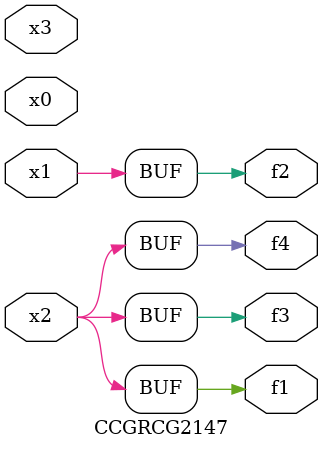
<source format=v>
module CCGRCG2147(
	input x0, x1, x2, x3,
	output f1, f2, f3, f4
);
	assign f1 = x2;
	assign f2 = x1;
	assign f3 = x2;
	assign f4 = x2;
endmodule

</source>
